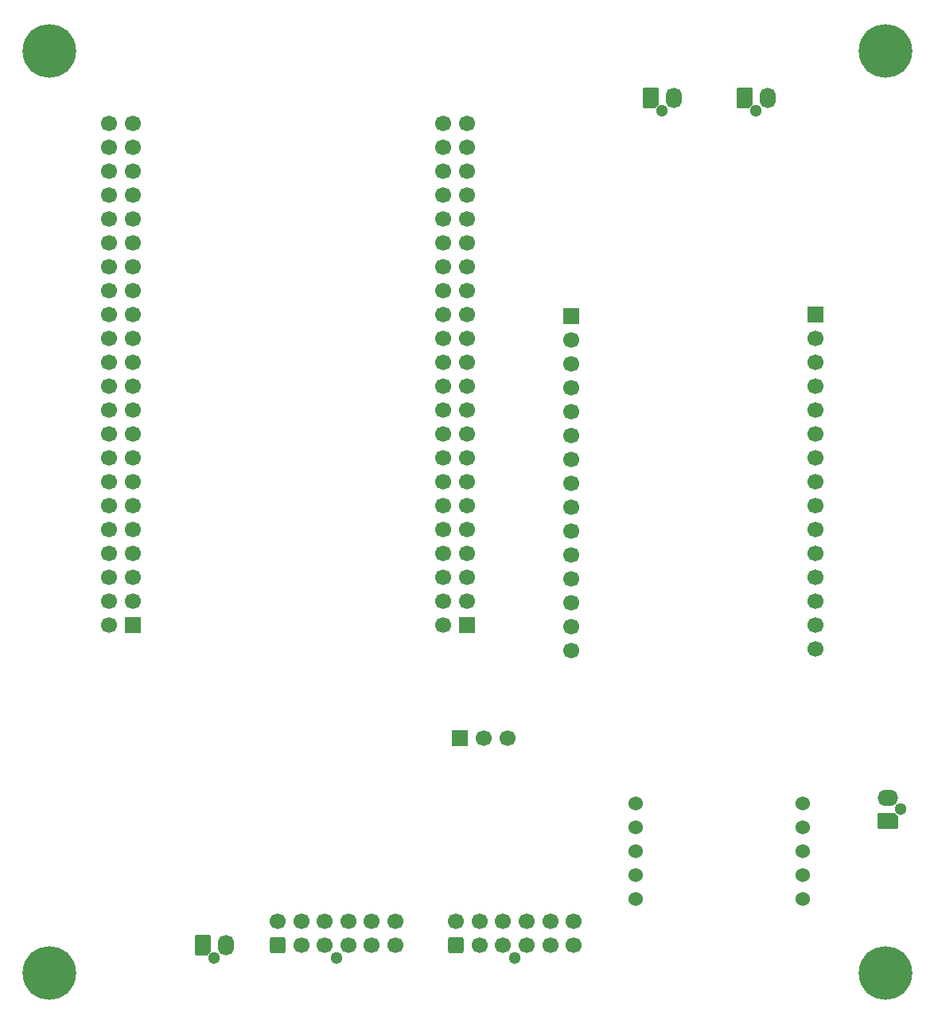
<source format=gbr>
%TF.GenerationSoftware,KiCad,Pcbnew,9.0.2*%
%TF.CreationDate,2025-06-04T20:05:54+07:00*%
%TF.ProjectId,Torque Vectoring Board,546f7271-7565-4205-9665-63746f72696e,rev?*%
%TF.SameCoordinates,Original*%
%TF.FileFunction,Soldermask,Bot*%
%TF.FilePolarity,Negative*%
%FSLAX46Y46*%
G04 Gerber Fmt 4.6, Leading zero omitted, Abs format (unit mm)*
G04 Created by KiCad (PCBNEW 9.0.2) date 2025-06-04 20:05:54*
%MOMM*%
%LPD*%
G01*
G04 APERTURE LIST*
G04 Aperture macros list*
%AMRoundRect*
0 Rectangle with rounded corners*
0 $1 Rounding radius*
0 $2 $3 $4 $5 $6 $7 $8 $9 X,Y pos of 4 corners*
0 Add a 4 corners polygon primitive as box body*
4,1,4,$2,$3,$4,$5,$6,$7,$8,$9,$2,$3,0*
0 Add four circle primitives for the rounded corners*
1,1,$1+$1,$2,$3*
1,1,$1+$1,$4,$5*
1,1,$1+$1,$6,$7*
1,1,$1+$1,$8,$9*
0 Add four rect primitives between the rounded corners*
20,1,$1+$1,$2,$3,$4,$5,0*
20,1,$1+$1,$4,$5,$6,$7,0*
20,1,$1+$1,$6,$7,$8,$9,0*
20,1,$1+$1,$8,$9,$2,$3,0*%
%AMFreePoly0*
4,1,22,0.945671,0.830970,1.026777,0.776777,1.080970,0.695671,1.100000,0.600000,1.100000,-0.600000,1.080970,-0.695671,1.026777,-0.776777,0.945671,-0.830970,0.850000,-0.850000,-0.596447,-0.850000,-0.692118,-0.830970,-0.773224,-0.776777,-1.026777,-0.523224,-1.080970,-0.442118,-1.100000,-0.346447,-1.100000,0.600000,-1.080970,0.695671,-1.026777,0.776777,-0.945671,0.830970,-0.850000,0.850000,
0.850000,0.850000,0.945671,0.830970,0.945671,0.830970,$1*%
G04 Aperture macros list end*
%ADD10C,1.300000*%
%ADD11FreePoly0,90.000000*%
%ADD12O,1.700000X2.200000*%
%ADD13C,3.600000*%
%ADD14C,5.700000*%
%ADD15C,1.524000*%
%ADD16FreePoly0,180.000000*%
%ADD17O,2.200000X1.700000*%
%ADD18RoundRect,0.250000X0.600000X-0.600000X0.600000X0.600000X-0.600000X0.600000X-0.600000X-0.600000X0*%
%ADD19C,1.700000*%
%ADD20R,1.700000X1.700000*%
G04 APERTURE END LIST*
D10*
%TO.C,J3*%
X114250000Y-44340000D03*
D11*
X113000000Y-43000000D03*
D12*
X115500000Y-43000000D03*
%TD*%
D13*
%TO.C,H3*%
X49000000Y-136000000D03*
D14*
X49000000Y-136000000D03*
%TD*%
D15*
%TO.C,U2*%
X111450000Y-128185000D03*
X111450000Y-125645000D03*
X111450000Y-123105000D03*
X111450000Y-120565000D03*
X111450000Y-118025000D03*
X129230000Y-128185000D03*
X129230000Y-125645000D03*
X129230000Y-123105000D03*
X129230000Y-120565000D03*
X129230000Y-118025000D03*
%TD*%
D10*
%TO.C,12Vin1*%
X66582000Y-134388000D03*
D11*
X65332000Y-133048000D03*
D12*
X67832000Y-133048000D03*
%TD*%
D10*
%TO.C,5Vin1*%
X139615000Y-118618000D03*
D16*
X138275000Y-119868000D03*
D17*
X138275000Y-117368000D03*
%TD*%
D10*
%TO.C,J2*%
X98582000Y-134388000D03*
D18*
X92332000Y-133048000D03*
D19*
X94832000Y-133048000D03*
X97332000Y-133048000D03*
X99832000Y-133048000D03*
X102332000Y-133048000D03*
X104832000Y-133048000D03*
X92332000Y-130548000D03*
X94832000Y-130548000D03*
X97332000Y-130548000D03*
X99832000Y-130548000D03*
X102332000Y-130548000D03*
X104832000Y-130548000D03*
%TD*%
D10*
%TO.C,J4*%
X124250000Y-44340000D03*
D11*
X123000000Y-43000000D03*
D12*
X125500000Y-43000000D03*
%TD*%
D20*
%TO.C,U6*%
X130556000Y-66040000D03*
D19*
X130556000Y-101600000D03*
X104551250Y-81374914D03*
X104551250Y-83914914D03*
X104551250Y-94074914D03*
X104551250Y-96614914D03*
X104551250Y-99154914D03*
X104551250Y-101694914D03*
X130556000Y-86360000D03*
X130556000Y-88900000D03*
X130556000Y-91440000D03*
X130556000Y-93980000D03*
D20*
X104551250Y-66134914D03*
D19*
X104551250Y-68674914D03*
X104551250Y-71214914D03*
X104551250Y-73754914D03*
X104551250Y-76294914D03*
X104551250Y-78834914D03*
X104551250Y-86454914D03*
X104551250Y-88994914D03*
X104551250Y-91534914D03*
X130556000Y-68580000D03*
X130556000Y-71120000D03*
X130556000Y-73660000D03*
X130556000Y-76200000D03*
X130556000Y-78740000D03*
X130556000Y-81280000D03*
X130556000Y-83820000D03*
X130556000Y-96520000D03*
X130556000Y-99060000D03*
%TD*%
D20*
%TO.C,ADDR_SELECT1*%
X92694000Y-111014000D03*
D19*
X95234000Y-111014000D03*
X97774000Y-111014000D03*
%TD*%
D13*
%TO.C,H2*%
X138000000Y-38000000D03*
D14*
X138000000Y-38000000D03*
%TD*%
D10*
%TO.C,J1*%
X79582000Y-134388000D03*
D18*
X73332000Y-133048000D03*
D19*
X75832000Y-133048000D03*
X78332000Y-133048000D03*
X80832000Y-133048000D03*
X83332000Y-133048000D03*
X85832000Y-133048000D03*
X73332000Y-130548000D03*
X75832000Y-130548000D03*
X78332000Y-130548000D03*
X80832000Y-130548000D03*
X83332000Y-130548000D03*
X85832000Y-130548000D03*
%TD*%
D13*
%TO.C,H1*%
X49000000Y-38000000D03*
D14*
X49000000Y-38000000D03*
%TD*%
D13*
%TO.C,H4*%
X138000000Y-136000000D03*
D14*
X138000000Y-136000000D03*
%TD*%
D20*
%TO.C,U1*%
X93472000Y-99060000D03*
D19*
X90932000Y-99060000D03*
X93472000Y-96520000D03*
X90932000Y-96520000D03*
X93472000Y-93980000D03*
X90932000Y-93980000D03*
X93472000Y-91440000D03*
X90932000Y-91440000D03*
X93472000Y-88900000D03*
X90932000Y-88900000D03*
X93472000Y-86360000D03*
X90932000Y-86360000D03*
X93472000Y-83820000D03*
X90932000Y-83820000D03*
X93472000Y-81280000D03*
X90932000Y-81280000D03*
X93472000Y-78740000D03*
X90932000Y-78740000D03*
X93472000Y-76200000D03*
X90932000Y-76200000D03*
X93472000Y-73660000D03*
X90932000Y-73660000D03*
X93472000Y-71120000D03*
X90932000Y-71120000D03*
X93472000Y-68580000D03*
X90932000Y-68580000D03*
X93472000Y-66040000D03*
X90932000Y-66040000D03*
X93472000Y-63500000D03*
X90932000Y-63500000D03*
X93472000Y-60960000D03*
X90932000Y-60960000D03*
X93472000Y-58420000D03*
X90932000Y-58420000D03*
X93472000Y-55880000D03*
X90932000Y-55880000D03*
X93472000Y-53340000D03*
X90932000Y-53340000D03*
X93472000Y-50800000D03*
X90932000Y-50800000D03*
X93472000Y-48260000D03*
X90932000Y-48260000D03*
X93472000Y-45720000D03*
X90932000Y-45720000D03*
D20*
X57912000Y-99060000D03*
D19*
X55372000Y-99060000D03*
X57912000Y-96520000D03*
X55372000Y-96520000D03*
X57912000Y-93980000D03*
X55372000Y-93980000D03*
X57912000Y-91440000D03*
X55372000Y-91440000D03*
X57912000Y-88900000D03*
X55372000Y-88900000D03*
X57912000Y-86360000D03*
X55372000Y-86360000D03*
X57912000Y-83820000D03*
X55372000Y-83820000D03*
X57912000Y-81280000D03*
X55372000Y-81280000D03*
X57912000Y-78740000D03*
X55372000Y-78740000D03*
X57912000Y-76200000D03*
X55372000Y-76200000D03*
X57912000Y-73660000D03*
X55372000Y-73660000D03*
X57912000Y-71120000D03*
X55372000Y-71120000D03*
X57912000Y-68580000D03*
X55372000Y-68580000D03*
X57912000Y-66040000D03*
X55372000Y-66040000D03*
X57912000Y-63500000D03*
X55372000Y-63500000D03*
X57912000Y-60960000D03*
X55372000Y-60960000D03*
X57912000Y-58420000D03*
X55372000Y-58420000D03*
X57912000Y-55880000D03*
X55372000Y-55880000D03*
X57912000Y-53340000D03*
X55372000Y-53340000D03*
X57912000Y-50800000D03*
X55372000Y-50800000D03*
X57912000Y-48260000D03*
X55372000Y-48260000D03*
X57912000Y-45720000D03*
X55372000Y-45720000D03*
%TD*%
M02*

</source>
